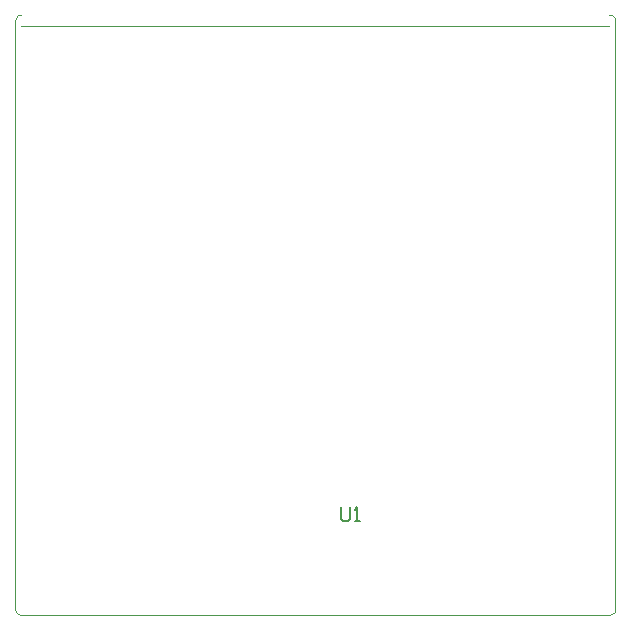
<source format=gm1>
G04*
G04 #@! TF.GenerationSoftware,Altium Limited,Altium Designer,21.6.4 (81)*
G04*
G04 Layer_Color=16711935*
%FSLAX44Y44*%
%MOMM*%
G71*
G04*
G04 #@! TF.SameCoordinates,2815C35D-ED33-4C73-AB2E-66417DBC4640*
G04*
G04*
G04 #@! TF.FilePolarity,Positive*
G04*
G01*
G75*
%ADD102C,0.0500*%
%ADD103C,0.1500*%
G54D102*
X5000Y508013D02*
X2500Y507343D01*
X670Y505513D01*
X0Y503013D01*
X508000Y503000D02*
X507330Y505500D01*
X505500Y507330D01*
X503000Y508000D01*
Y0D02*
X505500Y670D01*
X507330Y2500D01*
X508000Y5000D01*
X0D02*
X670Y2500D01*
X2500Y670D01*
X5000Y0D01*
X4750Y498750D02*
X502750Y498750D01*
X508000Y5000D02*
X508000Y503000D01*
X5000Y-0D02*
X503000Y0D01*
X-0Y5000D02*
X0Y503000D01*
G54D103*
X275683Y91005D02*
Y81008D01*
X277683Y79009D01*
X281681D01*
X283681Y81008D01*
Y91005D01*
X287680Y79009D02*
X291678D01*
X289679D01*
Y91005D01*
X287680Y89006D01*
M02*

</source>
